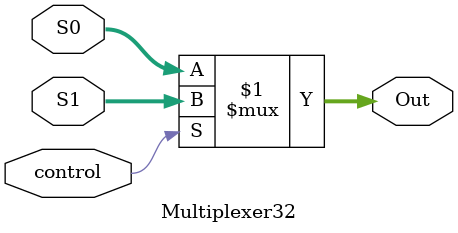
<source format=v>
`timescale 1ns / 1ps

module Multiplexer32(
    input control,
    input [31:0] S0,
    input [31:0] S1,
    output [31:0] Out
    );

    assign Out = control ? S1 : S0;
endmodule
</source>
